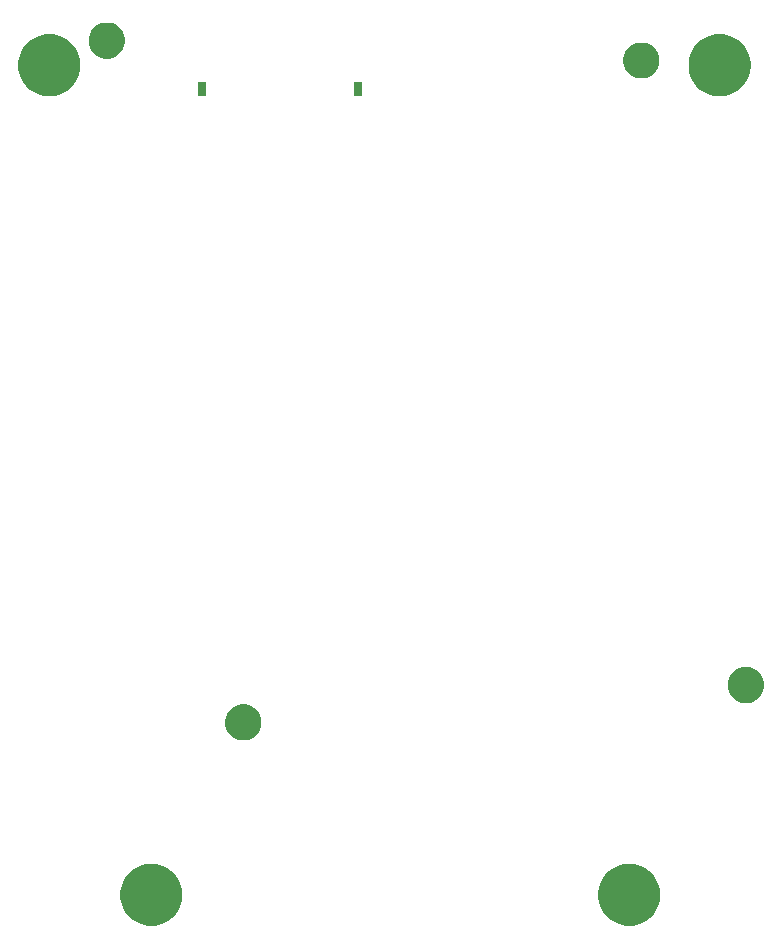
<source format=gko>
%FSTAX23Y23*%
%MOIN*%
%SFA1B1*%

%IPPOS*%
%ADD92C,0.060000*%
%ADD93C,0.105000*%
%ADD94R,0.031496X0.051181*%
%LNstrwl-p01-v01-1*%
%LPD*%
G54D92*
X01068Y00893D02*
D01*
X01068Y00895*
X01067Y00897*
X01067Y00899*
X01067Y00901*
X01066Y00903*
X01065Y00905*
X01064Y00907*
X01063Y00909*
X01062Y0091*
X01061Y00912*
X01059Y00914*
X01058Y00915*
X01056Y00916*
X01054Y00918*
X01053Y00919*
X01051Y0092*
X01049Y00921*
X01047Y00921*
X01045Y00922*
X01043Y00922*
X01041Y00923*
X01039Y00923*
X01037*
X01035Y00923*
X01032Y00922*
X0103Y00922*
X01028Y00921*
X01026Y00921*
X01025Y0092*
X01023Y00919*
X01021Y00918*
X01019Y00916*
X01018Y00915*
X01016Y00914*
X01015Y00912*
X01013Y0091*
X01012Y00909*
X01011Y00907*
X0101Y00905*
X01009Y00903*
X01009Y00901*
X01008Y00899*
X01008Y00897*
X01008Y00895*
X01008Y00893*
X01008Y00891*
X01008Y00889*
X01008Y00886*
X01009Y00884*
X01009Y00882*
X0101Y00881*
X01011Y00879*
X01012Y00877*
X01013Y00875*
X01015Y00873*
X01016Y00872*
X01018Y0087*
X01019Y00869*
X01021Y00868*
X01023Y00867*
X01025Y00866*
X01026Y00865*
X01028Y00864*
X0103Y00864*
X01032Y00863*
X01035Y00863*
X01037Y00863*
X01039*
X01041Y00863*
X01043Y00863*
X01045Y00864*
X01047Y00864*
X01049Y00865*
X01051Y00866*
X01053Y00867*
X01054Y00868*
X01056Y00869*
X01058Y0087*
X01059Y00872*
X01061Y00873*
X01062Y00875*
X01063Y00877*
X01064Y00879*
X01065Y00881*
X01066Y00882*
X01067Y00884*
X01067Y00886*
X01067Y00889*
X01068Y00891*
X01068Y00893*
X02743Y01018D02*
D01*
X02742Y0102*
X02742Y01022*
X02742Y01024*
X02741Y01026*
X02741Y01028*
X0274Y0103*
X02739Y01032*
X02738Y01033*
X02737Y01035*
X02735Y01037*
X02734Y01038*
X02733Y0104*
X02731Y01041*
X02729Y01042*
X02728Y01043*
X02726Y01044*
X02724Y01045*
X02722Y01046*
X0272Y01047*
X02718Y01047*
X02716Y01047*
X02714Y01047*
X02711*
X02709Y01047*
X02707Y01047*
X02705Y01047*
X02703Y01046*
X02701Y01045*
X02699Y01044*
X02698Y01043*
X02696Y01042*
X02694Y01041*
X02692Y0104*
X02691Y01038*
X0269Y01037*
X02688Y01035*
X02687Y01033*
X02686Y01032*
X02685Y0103*
X02684Y01028*
X02684Y01026*
X02683Y01024*
X02683Y01022*
X02683Y0102*
X02683Y01018*
X02683Y01015*
X02683Y01013*
X02683Y01011*
X02684Y01009*
X02684Y01007*
X02685Y01005*
X02686Y01003*
X02687Y01002*
X02688Y01*
X0269Y00998*
X02691Y00997*
X02692Y00995*
X02694Y00994*
X02696Y00993*
X02698Y00992*
X02699Y00991*
X02701Y0099*
X02703Y00989*
X02705Y00988*
X02707Y00988*
X02709Y00988*
X02711Y00988*
X02714*
X02716Y00988*
X02718Y00988*
X0272Y00988*
X02722Y00989*
X02724Y0099*
X02726Y00991*
X02728Y00992*
X02729Y00993*
X02731Y00994*
X02733Y00995*
X02734Y00997*
X02735Y00998*
X02737Y01*
X02738Y01002*
X02739Y01003*
X0274Y01005*
X02741Y01007*
X02741Y01009*
X02742Y01011*
X02742Y01013*
X02742Y01015*
X02743Y01018*
X02394Y031D02*
D01*
X02393Y03102*
X02393Y03104*
X02393Y03106*
X02392Y03108*
X02392Y0311*
X02391Y03112*
X0239Y03114*
X02389Y03115*
X02388Y03117*
X02386Y03119*
X02385Y0312*
X02384Y03122*
X02382Y03123*
X0238Y03124*
X02379Y03125*
X02377Y03126*
X02375Y03127*
X02373Y03128*
X02371Y03129*
X02369Y03129*
X02367Y03129*
X02365Y03129*
X02362*
X0236Y03129*
X02358Y03129*
X02356Y03129*
X02354Y03128*
X02352Y03127*
X0235Y03126*
X02349Y03125*
X02347Y03124*
X02345Y03123*
X02343Y03122*
X02342Y0312*
X02341Y03119*
X02339Y03117*
X02338Y03115*
X02337Y03114*
X02336Y03112*
X02335Y0311*
X02335Y03108*
X02334Y03106*
X02334Y03104*
X02334Y03102*
X02334Y031*
X02334Y03097*
X02334Y03095*
X02334Y03093*
X02335Y03091*
X02335Y03089*
X02336Y03087*
X02337Y03085*
X02338Y03084*
X02339Y03082*
X02341Y0308*
X02342Y03079*
X02343Y03077*
X02345Y03076*
X02347Y03075*
X02349Y03074*
X0235Y03073*
X02352Y03072*
X02354Y03071*
X02356Y0307*
X02358Y0307*
X0236Y0307*
X02362Y0307*
X02365*
X02367Y0307*
X02369Y0307*
X02371Y0307*
X02373Y03071*
X02375Y03072*
X02377Y03073*
X02379Y03074*
X0238Y03075*
X02382Y03076*
X02384Y03077*
X02385Y03079*
X02386Y0308*
X02388Y03082*
X02389Y03084*
X0239Y03085*
X02391Y03087*
X02392Y03089*
X02392Y03091*
X02393Y03093*
X02393Y03095*
X02393Y03097*
X02394Y031*
X00612Y03166D02*
D01*
X00612Y03168*
X00612Y0317*
X00612Y03172*
X00611Y03174*
X00611Y03176*
X0061Y03178*
X00609Y0318*
X00608Y03182*
X00607Y03184*
X00605Y03185*
X00604Y03187*
X00602Y03188*
X00601Y0319*
X00599Y03191*
X00597Y03192*
X00596Y03193*
X00594Y03194*
X00592Y03195*
X0059Y03195*
X00588Y03196*
X00586Y03196*
X00583Y03196*
X00581*
X00579Y03196*
X00577Y03196*
X00575Y03195*
X00573Y03195*
X00571Y03194*
X00569Y03193*
X00567Y03192*
X00566Y03191*
X00564Y0319*
X00562Y03188*
X00561Y03187*
X00559Y03185*
X00558Y03184*
X00557Y03182*
X00556Y0318*
X00555Y03178*
X00554Y03176*
X00554Y03174*
X00553Y03172*
X00553Y0317*
X00552Y03168*
X00552Y03166*
X00552Y03164*
X00553Y03162*
X00553Y0316*
X00554Y03158*
X00554Y03156*
X00555Y03154*
X00556Y03152*
X00557Y0315*
X00558Y03148*
X00559Y03147*
X00561Y03145*
X00562Y03144*
X00564Y03142*
X00566Y03141*
X00567Y0314*
X00569Y03139*
X00571Y03138*
X00573Y03138*
X00575Y03137*
X00577Y03137*
X00579Y03136*
X00581Y03136*
X00583*
X00586Y03136*
X00588Y03137*
X0059Y03137*
X00592Y03138*
X00594Y03138*
X00596Y03139*
X00597Y0314*
X00599Y03141*
X00601Y03142*
X00602Y03144*
X00604Y03145*
X00605Y03147*
X00607Y03148*
X00608Y0315*
X00609Y03152*
X0061Y03154*
X00611Y03156*
X00611Y03158*
X00612Y0316*
X00612Y03162*
X00612Y03164*
X00612Y03166*
G54D93*
X00441Y03083D02*
D01*
X00441Y03087*
X0044Y0309*
X0044Y03094*
X00439Y03097*
X00438Y031*
X00436Y03104*
X00435Y03107*
X00433Y0311*
X00431Y03113*
X00429Y03116*
X00427Y03118*
X00424Y03121*
X00421Y03123*
X00419Y03125*
X00416Y03127*
X00413Y03128*
X00409Y0313*
X00406Y03131*
X00403Y03132*
X00399Y03133*
X00396Y03133*
X00392Y03133*
X00389*
X00385Y03133*
X00382Y03133*
X00379Y03132*
X00375Y03131*
X00372Y0313*
X00369Y03128*
X00366Y03127*
X00363Y03125*
X0036Y03123*
X00357Y03121*
X00355Y03118*
X00352Y03116*
X0035Y03113*
X00348Y0311*
X00347Y03107*
X00345Y03104*
X00344Y031*
X00343Y03097*
X00342Y03094*
X00341Y0309*
X00341Y03087*
X00341Y03083*
X00341Y0308*
X00341Y03076*
X00342Y03073*
X00343Y0307*
X00344Y03066*
X00345Y03063*
X00347Y0306*
X00348Y03057*
X0035Y03054*
X00352Y03051*
X00355Y03049*
X00357Y03046*
X0036Y03044*
X00363Y03042*
X00366Y0304*
X00369Y03038*
X00372Y03037*
X00375Y03036*
X00379Y03035*
X00382Y03034*
X00385Y03034*
X00389Y03033*
X00392*
X00396Y03034*
X00399Y03034*
X00403Y03035*
X00406Y03036*
X00409Y03037*
X00413Y03038*
X00416Y0304*
X00419Y03042*
X00421Y03044*
X00424Y03046*
X00427Y03049*
X00429Y03051*
X00431Y03054*
X00433Y03057*
X00435Y0306*
X00436Y03063*
X00438Y03066*
X00439Y0307*
X0044Y03073*
X0044Y03076*
X00441Y0308*
X00441Y03083*
X02675D02*
D01*
X02675Y03087*
X02674Y0309*
X02674Y03094*
X02673Y03097*
X02672Y031*
X02671Y03104*
X02669Y03107*
X02667Y0311*
X02665Y03113*
X02663Y03116*
X02661Y03118*
X02658Y03121*
X02656Y03123*
X02653Y03125*
X0265Y03127*
X02647Y03128*
X02644Y0313*
X0264Y03131*
X02637Y03132*
X02634Y03133*
X0263Y03133*
X02627Y03133*
X02623*
X0262Y03133*
X02616Y03133*
X02613Y03132*
X02609Y03131*
X02606Y0313*
X02603Y03128*
X026Y03127*
X02597Y03125*
X02594Y03123*
X02591Y03121*
X02589Y03118*
X02587Y03116*
X02584Y03113*
X02582Y0311*
X02581Y03107*
X02579Y03104*
X02578Y031*
X02577Y03097*
X02576Y03094*
X02575Y0309*
X02575Y03087*
X02575Y03083*
X02575Y0308*
X02575Y03076*
X02576Y03073*
X02577Y0307*
X02578Y03066*
X02579Y03063*
X02581Y0306*
X02582Y03057*
X02584Y03054*
X02587Y03051*
X02589Y03049*
X02591Y03046*
X02594Y03044*
X02597Y03042*
X026Y0304*
X02603Y03038*
X02606Y03037*
X02609Y03036*
X02613Y03035*
X02616Y03034*
X0262Y03034*
X02623Y03033*
X02627*
X0263Y03034*
X02634Y03034*
X02637Y03035*
X0264Y03036*
X02644Y03037*
X02647Y03038*
X0265Y0304*
X02653Y03042*
X02656Y03044*
X02658Y03046*
X02661Y03049*
X02663Y03051*
X02665Y03054*
X02667Y03057*
X02669Y0306*
X02671Y03063*
X02672Y03066*
X02673Y0307*
X02674Y03073*
X02674Y03076*
X02675Y0308*
X02675Y03083*
X00781Y00319D02*
D01*
X0078Y00322*
X0078Y00325*
X00779Y00329*
X00779Y00332*
X00777Y00336*
X00776Y00339*
X00775Y00342*
X00773Y00345*
X00771Y00348*
X00769Y00351*
X00766Y00353*
X00764Y00356*
X00761Y00358*
X00758Y0036*
X00756Y00362*
X00752Y00363*
X00749Y00365*
X00746Y00366*
X00743Y00367*
X00739Y00368*
X00736Y00368*
X00732Y00368*
X00729*
X00725Y00368*
X00722Y00368*
X00718Y00367*
X00715Y00366*
X00712Y00365*
X00709Y00363*
X00706Y00362*
X00703Y0036*
X007Y00358*
X00697Y00356*
X00695Y00353*
X00692Y00351*
X0069Y00348*
X00688Y00345*
X00686Y00342*
X00685Y00339*
X00684Y00336*
X00682Y00332*
X00682Y00329*
X00681Y00325*
X00681Y00322*
X00681Y00319*
X00681Y00315*
X00681Y00312*
X00682Y00308*
X00682Y00305*
X00684Y00301*
X00685Y00298*
X00686Y00295*
X00688Y00292*
X0069Y00289*
X00692Y00286*
X00695Y00284*
X00697Y00281*
X007Y00279*
X00703Y00277*
X00706Y00275*
X00709Y00274*
X00712Y00272*
X00715Y00271*
X00718Y0027*
X00722Y00269*
X00725Y00269*
X00729Y00269*
X00732*
X00736Y00269*
X00739Y00269*
X00743Y0027*
X00746Y00271*
X00749Y00272*
X00752Y00274*
X00756Y00275*
X00758Y00277*
X00761Y00279*
X00764Y00281*
X00766Y00284*
X00769Y00286*
X00771Y00289*
X00773Y00292*
X00775Y00295*
X00776Y00298*
X00777Y00301*
X00779Y00305*
X00779Y00308*
X0078Y00312*
X0078Y00315*
X00781Y00319*
X02374D02*
D01*
X02373Y00322*
X02373Y00325*
X02372Y00329*
X02372Y00332*
X0237Y00336*
X02369Y00339*
X02368Y00342*
X02366Y00345*
X02364Y00348*
X02362Y00351*
X02359Y00353*
X02357Y00356*
X02354Y00358*
X02351Y0036*
X02349Y00362*
X02345Y00363*
X02342Y00365*
X02339Y00366*
X02336Y00367*
X02332Y00368*
X02329Y00368*
X02325Y00368*
X02322*
X02318Y00368*
X02315Y00368*
X02311Y00367*
X02308Y00366*
X02305Y00365*
X02302Y00363*
X02299Y00362*
X02296Y0036*
X02293Y00358*
X0229Y00356*
X02288Y00353*
X02285Y00351*
X02283Y00348*
X02281Y00345*
X02279Y00342*
X02278Y00339*
X02277Y00336*
X02275Y00332*
X02275Y00329*
X02274Y00325*
X02274Y00322*
X02274Y00319*
X02274Y00315*
X02274Y00312*
X02275Y00308*
X02275Y00305*
X02277Y00301*
X02278Y00298*
X02279Y00295*
X02281Y00292*
X02283Y00289*
X02285Y00286*
X02288Y00284*
X0229Y00281*
X02293Y00279*
X02296Y00277*
X02299Y00275*
X02302Y00274*
X02305Y00272*
X02308Y00271*
X02311Y0027*
X02315Y00269*
X02318Y00269*
X02322Y00269*
X02325*
X02329Y00269*
X02332Y00269*
X02336Y0027*
X02339Y00271*
X02342Y00272*
X02345Y00274*
X02349Y00275*
X02351Y00277*
X02354Y00279*
X02357Y00281*
X02359Y00284*
X02362Y00286*
X02364Y00289*
X02366Y00292*
X02368Y00295*
X02369Y00298*
X0237Y00301*
X02372Y00305*
X02372Y00308*
X02373Y00312*
X02373Y00315*
X02374Y00319*
G54D94*
X009Y03003D03*
X01419D03*
M02*
</source>
